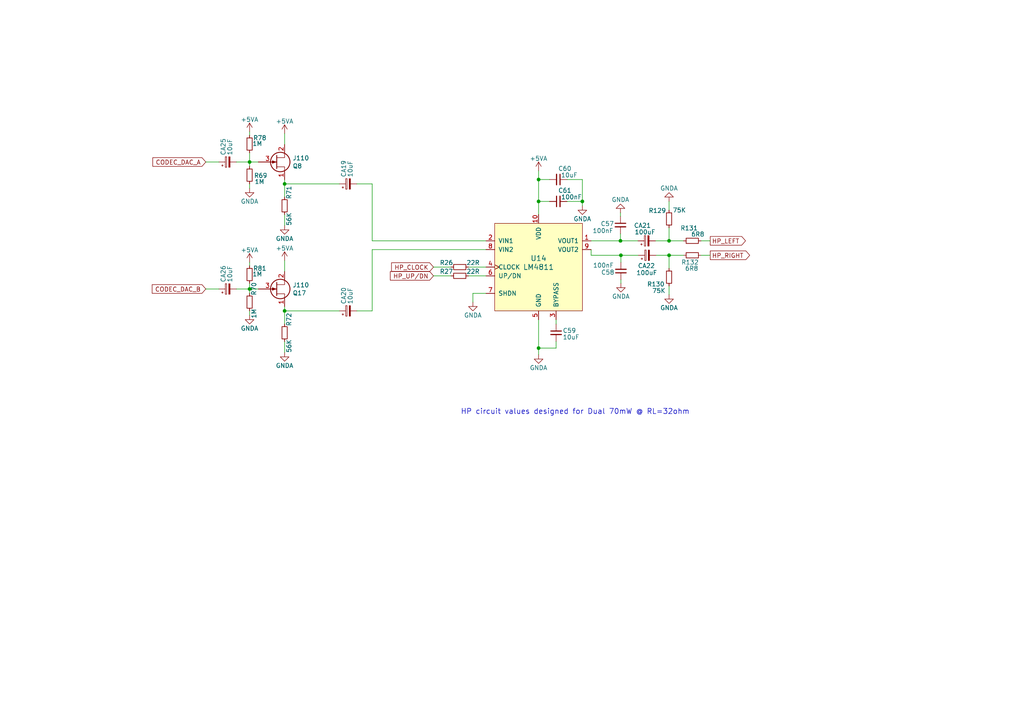
<source format=kicad_sch>
(kicad_sch (version 20211123) (generator eeschema)
  (paper "A4")
  (title_block (title "MOD DuoX - Bottom Board") (date "2022-01-26") (rev "Rev 2.0P2") (company "MOD Devices GmbH") (comment 1 "DuoX Audio processing board") (comment 2 "https://github.com/moddevices/mod-hw-duoX") (comment 3 "Inp Power: 12V 1A"))
  (lib_symbols
    (symbol "bottom-board-rescue:+5VA-power" (power) (pin_names (offset 0))
      (property "Value" "+5VA-power" (at 0 3.556 0))
      (symbol "+5VA-power_0_1"
        (polyline (pts (xy -0.762 1.27) (xy 0 2.54)))
        (polyline (pts (xy 0 0) (xy 0 2.54)))
        (polyline (pts (xy 0 2.54) (xy 0.762 1.27)))
      )
      (symbol "+5VA-power_1_1"
        (pin power_in line (at 0 0 90) (length 0) hide (name "+5VA") (number "1"))
      )
    )
    (symbol "bottom-board-rescue:CP_Small-Device" (pin_numbers hide) (pin_names (offset 0.254) hide)
      (property "Reference" "C" (at 0.254 1.778 0))
      (property "Value" "CP_Small-Device" (at 0.254 -2.032 0))
      (symbol "CP_Small-Device_0_1"
        (rectangle (start -1.524 -0.3048) (end 1.524 -0.6858) (fill (type outline)))
        (rectangle (start -1.524 0.6858) (end 1.524 0.3048))
        (polyline (pts (xy -1.27 1.524) (xy -0.762 1.524)))
        (polyline (pts (xy -1.016 1.27) (xy -1.016 1.778)))
      )
      (symbol "CP_Small-Device_1_1"
        (pin passive line (at 0 2.54 270) (length 1.8542) (name "~") (number "1"))
        (pin passive line (at 0 -2.54 90) (length 1.8542) (name "~") (number "2"))
      )
    )
    (symbol "bottom-board-rescue:C_Small-Device" (pin_numbers hide) (pin_names (offset 0.254) hide)
      (property "Reference" "C" (at 0.254 1.778 0))
      (property "Value" "C_Small-Device" (at 0.254 -2.032 0))
      (symbol "C_Small-Device_0_1"
        (polyline (pts (xy -1.524 -0.508) (xy 1.524 -0.508)) (stroke (width 0.3302)))
        (polyline (pts (xy -1.524 0.508) (xy 1.524 0.508)) (stroke (width 0.3048)))
      )
      (symbol "C_Small-Device_1_1"
        (pin passive line (at 0 2.54 270) (length 2.032) (name "~") (number "1"))
        (pin passive line (at 0 -2.54 90) (length 2.032) (name "~") (number "2"))
      )
    )
    (symbol "bottom-board-rescue:GNDA-power" (power) (pin_names (offset 0))
      (property "Value" "GNDA-power" (at 0 -3.81 0))
      (symbol "GNDA-power_0_1"
        (polyline (pts (xy 0 0) (xy 0 -1.27) (xy 1.27 -1.27) (xy 0 -2.54) (xy -1.27 -1.27) (xy 0 -1.27)))
      )
      (symbol "GNDA-power_1_1"
        (pin power_in line (at 0 0 270) (length 0) hide (name "GNDA") (number "1"))
      )
    )
    (symbol "bottom-board-rescue:LM4811-local-components" (pin_names (offset 1.016))
      (property "Reference" "U" (at 0 2.54 0))
      (property "Value" "LM4811-local-components" (at 0 0 0))
      (symbol "LM4811-local-components_0_1"
        (rectangle (start -12.7 12.7) (end 12.7 -12.7) (fill (type background)))
      )
      (symbol "LM4811-local-components_1_1"
        (pin output line (at 15.24 7.62 180) (length 2.54) (name "VOUT1") (number "1"))
        (pin power_in line (at 0 15.24 270) (length 2.54) (name "VDD") (number "10"))
        (pin input line (at -15.24 7.62 0) (length 2.54) (name "VIN1") (number "2"))
        (pin passive line (at 5.08 -15.24 90) (length 2.54) (name "BYPASS") (number "3"))
        (pin input clock (at -15.24 0 0) (length 2.54) (name "CLOCK") (number "4"))
        (pin power_in line (at 0 -15.24 90) (length 2.54) (name "GND") (number "5"))
        (pin input line (at -15.24 -2.54 0) (length 2.54) (name "UP/DN") (number "6"))
        (pin input line (at -15.24 -7.62 0) (length 2.54) (name "SHDN") (number "7"))
        (pin input line (at -15.24 5.08 0) (length 2.54) (name "VIN2") (number "8"))
        (pin output line (at 15.24 5.08 180) (length 2.54) (name "VOUT2") (number "9"))
      )
    )
    (symbol "bottom-board-rescue:Q_NJFET_DSG-Device" (pin_names (offset 0) hide)
      (property "Reference" "Q" (at 5.08 1.27 0))
      (property "Value" "Q_NJFET_DSG-Device" (at 5.08 -1.27 0))
      (symbol "Q_NJFET_DSG-Device_0_1"
        (polyline (pts (xy 0.254 1.905) (xy 0.254 -1.905) (xy 0.254 -1.905)) (stroke (width 0.254)))
        (polyline (pts (xy 2.54 -2.54) (xy 2.54 -1.27) (xy 0.254 -1.27)))
        (polyline (pts (xy 2.54 2.54) (xy 2.54 1.397) (xy 0.254 1.397)))
        (polyline (pts (xy 0 0) (xy -1.016 0.381) (xy -1.016 -0.381) (xy 0 0)) (fill (type outline)))
        (circle (center 1.27 0) (radius 2.8194) (stroke (width 0.254)))
      )
      (symbol "Q_NJFET_DSG-Device_1_1"
        (pin passive line (at 2.54 5.08 270) (length 2.54) (name "D") (number "1"))
        (pin passive line (at 2.54 -5.08 90) (length 2.54) (name "S") (number "2"))
        (pin input line (at -5.08 0 0) (length 5.334) (name "G") (number "3"))
      )
    )
    (symbol "bottom-board-rescue:R_Small-Device" (pin_numbers hide) (pin_names (offset 0.254) hide)
      (property "Reference" "R" (at 0.762 0.508 0))
      (property "Value" "R_Small-Device" (at 0.762 -1.016 0))
      (symbol "R_Small-Device_0_1"
        (rectangle (start -0.762 1.778) (end 0.762 -1.778) (stroke (width 0.2032)))
      )
      (symbol "R_Small-Device_1_1"
        (pin passive line (at 0 2.54 270) (length 0.762) (name "~") (number "1"))
        (pin passive line (at 0 -2.54 90) (length 0.762) (name "~") (number "2"))
      )
    )
  )
  (junction (at 72.39 83.82))
  (junction (at 72.39 46.99))
  (junction (at 168.91 58.42))
  (junction (at 82.55 53.34))
  (junction (at 194.056 74.041))
  (junction (at 156.21 58.42))
  (junction (at 156.21 100.965))
  (junction (at 82.55 90.17))
  (junction (at 156.21 52.07))
  (junction (at 179.959 69.85))
  (junction (at 194.056 69.85))
  (junction (at 180.086 74.041))
  (wire (pts (xy 72.39 48.26) (xy 72.39 46.99)))
  (wire (pts (xy 180.086 82.169) (xy 180.086 81.153)))
  (wire (pts (xy 164.465 58.42) (xy 168.91 58.42)))
  (wire (pts (xy 161.29 99.06) (xy 161.29 100.965)))
  (wire (pts (xy 103.505 90.17) (xy 107.95 90.17)))
  (wire (pts (xy 205.994 69.85) (xy 203.327 69.85)))
  (wire (pts (xy 107.95 90.17) (xy 107.95 72.39)))
  (wire (pts (xy 72.39 46.99) (xy 68.58 46.99)))
  (wire (pts (xy 205.994 74.041) (xy 203.327 74.041)))
  (wire (pts (xy 171.45 72.39) (xy 171.45 74.041)))
  (wire (pts (xy 156.21 49.53) (xy 156.21 52.07)))
  (wire (pts (xy 179.959 69.85) (xy 179.959 67.818)))
  (wire (pts (xy 171.45 74.041) (xy 180.086 74.041)))
  (wire (pts (xy 156.21 52.07) (xy 156.21 58.42)))
  (wire (pts (xy 107.95 72.39) (xy 140.97 72.39)))
  (wire (pts (xy 72.39 83.82) (xy 68.58 83.82)))
  (wire (pts (xy 168.91 58.42) (xy 168.91 59.69)))
  (wire (pts (xy 156.21 92.71) (xy 156.21 100.965)))
  (wire (pts (xy 137.16 85.09) (xy 140.97 85.09)))
  (wire (pts (xy 194.056 66.04) (xy 194.056 69.85)))
  (wire (pts (xy 82.55 90.17) (xy 82.55 88.9)))
  (wire (pts (xy 179.959 61.722) (xy 179.959 62.738)))
  (wire (pts (xy 125.73 77.47) (xy 130.81 77.47)))
  (wire (pts (xy 161.29 93.98) (xy 161.29 92.71)))
  (wire (pts (xy 72.39 44.323) (xy 72.39 46.99)))
  (wire (pts (xy 159.385 58.42) (xy 156.21 58.42)))
  (wire (pts (xy 72.39 38.227) (xy 72.39 39.243)))
  (wire (pts (xy 164.465 52.07) (xy 168.91 52.07)))
  (wire (pts (xy 190.246 74.041) (xy 194.056 74.041)))
  (wire (pts (xy 156.21 100.965) (xy 156.21 102.87)))
  (wire (pts (xy 82.55 75.565) (xy 82.55 78.74)))
  (wire (pts (xy 72.39 91.44) (xy 72.39 90.17)))
  (wire (pts (xy 72.39 82.169) (xy 72.39 83.82)))
  (wire (pts (xy 130.81 80.01) (xy 125.73 80.01)))
  (wire (pts (xy 82.55 38.735) (xy 82.55 41.91)))
  (wire (pts (xy 194.056 58.42) (xy 194.056 60.96)))
  (wire (pts (xy 190.119 69.85) (xy 194.056 69.85)))
  (wire (pts (xy 161.29 100.965) (xy 156.21 100.965)))
  (wire (pts (xy 72.39 85.09) (xy 72.39 83.82)))
  (wire (pts (xy 82.55 99.06) (xy 82.55 102.235)))
  (wire (pts (xy 82.55 62.23) (xy 82.55 65.405)))
  (wire (pts (xy 156.21 58.42) (xy 156.21 62.23)))
  (wire (pts (xy 159.385 52.07) (xy 156.21 52.07)))
  (wire (pts (xy 135.89 80.01) (xy 140.97 80.01)))
  (wire (pts (xy 194.056 69.85) (xy 198.247 69.85)))
  (wire (pts (xy 82.55 93.98) (xy 82.55 90.17)))
  (wire (pts (xy 72.39 54.61) (xy 72.39 53.34)))
  (wire (pts (xy 74.93 46.99) (xy 72.39 46.99)))
  (wire (pts (xy 180.086 74.041) (xy 180.086 76.073)))
  (wire (pts (xy 59.69 46.99) (xy 63.5 46.99)))
  (wire (pts (xy 137.16 85.09) (xy 137.16 87.63)))
  (wire (pts (xy 171.45 69.85) (xy 179.959 69.85)))
  (wire (pts (xy 168.91 52.07) (xy 168.91 58.42)))
  (wire (pts (xy 107.95 53.34) (xy 107.95 69.85)))
  (wire (pts (xy 180.086 74.041) (xy 185.166 74.041)))
  (wire (pts (xy 194.056 85.471) (xy 194.056 82.931)))
  (wire (pts (xy 72.39 76.073) (xy 72.39 77.089)))
  (wire (pts (xy 103.505 53.34) (xy 107.95 53.34)))
  (wire (pts (xy 82.55 53.34) (xy 82.55 52.07)))
  (wire (pts (xy 107.95 69.85) (xy 140.97 69.85)))
  (wire (pts (xy 135.89 77.47) (xy 140.97 77.47)))
  (wire (pts (xy 194.056 74.041) (xy 198.247 74.041)))
  (wire (pts (xy 179.959 69.85) (xy 185.039 69.85)))
  (wire (pts (xy 82.55 90.17) (xy 98.425 90.17)))
  (wire (pts (xy 82.55 53.34) (xy 98.425 53.34)))
  (wire (pts (xy 82.55 57.15) (xy 82.55 53.34)))
  (wire (pts (xy 74.93 83.82) (xy 72.39 83.82)))
  (wire (pts (xy 59.69 83.82) (xy 63.5 83.82)))
  (wire (pts (xy 194.056 77.851) (xy 194.056 74.041)))
  (text "HP circuit values designed for Dual 70mW @ RL=32ohm" (at 133.604 120.396 0) (effects (font (size 1.524 1.524)) (justify left bottom)))
  (global_label "CODEC_DAC_B" (shape input) (at 59.69 83.82 180) (property "Intersheet References" "${INTERSHEET_REFS}" (effects hide)))
  (global_label "HP_UP/DN" (shape input) (at 125.73 80.01 180) (property "Intersheet References" "${INTERSHEET_REFS}" (effects hide)))
  (global_label "HP_CLOCK" (shape input) (at 125.73 77.47 180) (property "Intersheet References" "${INTERSHEET_REFS}" (effects hide)))
  (global_label "HP_LEFT" (shape output) (at 205.994 69.85 0) (property "Intersheet References" "${INTERSHEET_REFS}" (effects hide)))
  (global_label "CODEC_DAC_A" (shape input) (at 59.69 46.99 180) (property "Intersheet References" "${INTERSHEET_REFS}" (effects hide)))
  (global_label "HP_RIGHT" (shape output) (at 205.994 74.041 0) (property "Intersheet References" "${INTERSHEET_REFS}" (effects hide)))
  (symbol (lib_id "bottom-board-rescue:GNDA-power") (at 194.056 85.471 0) (unit 1)
    (property "Reference" "#PWR0150" (effects hide))
    (property "Value" "GNDA" (at 194.056 89.281 0))
  )
  (symbol (lib_id "bottom-board-rescue:GNDA-power") (at 194.056 58.42 0) (mirror x) (unit 1)
    (property "Reference" "#PWR0149" (effects hide))
    (property "Value" "GNDA" (at 194.056 54.61 0))
  )
  (symbol (lib_id "bottom-board-rescue:LM4811-local-components") (at 156.21 77.47 0) (unit 1)
    (property "Reference" "U14" (at 156.21 74.93 0) (effects (font (size 1.524 1.524))))
    (property "Value" "LM4811" (at 156.21 77.47 0) (effects (font (size 1.524 1.524))))
    (property "Footprint" "Package_SO:MSOP-10_3x3mm_P0.5mm" (effects hide))
    (property "Datasheet" "http://www.ti.com/lit/ds/symlink/lm4811.pdf" (effects hide))
    (property "MPN" "LM4811MM/NOPB" (effects hide))
  )
  (symbol (lib_id "bottom-board-rescue:GNDA-power") (at 156.21 102.87 0) (unit 1)
    (property "Reference" "#PWR0147" (effects hide))
    (property "Value" "GNDA" (at 156.21 106.68 0))
  )
  (symbol (lib_id "bottom-board-rescue:GNDA-power") (at 137.16 87.63 0) (unit 1)
    (property "Reference" "#PWR0145" (effects hide))
    (property "Value" "GNDA" (at 137.16 91.44 0))
  )
  (symbol (lib_id "bottom-board-rescue:+5VA-power") (at 156.21 49.53 0) (unit 1)
    (property "Reference" "#PWR0146" (effects hide))
    (property "Value" "+5VA" (at 156.21 45.974 0))
  )
  (symbol (lib_id "bottom-board-rescue:GNDA-power") (at 168.91 59.69 0) (mirror y) (unit 1)
    (property "Reference" "#PWR0148" (effects hide))
    (property "Value" "GNDA" (at 168.91 63.5 0))
  )
  (symbol (lib_id "bottom-board-rescue:R_Small-Device") (at 133.35 80.01 270) (unit 1)
    (property "Reference" "R27" (at 131.445 78.74 90) (effects (justify right)))
    (property "Value" "22R" (at 135.255 78.74 90) (effects (justify left)))
    (property "Footprint" "Resistor_SMD:R_0603_1608Metric" (effects hide))
    (property "MPN" "RMCF0603JT22R0" (effects hide))
  )
  (symbol (lib_id "bottom-board-rescue:R_Small-Device") (at 133.35 77.47 270) (unit 1)
    (property "Reference" "R26" (at 131.445 76.2 90) (effects (justify right)))
    (property "Value" "22R" (at 135.255 76.2 90) (effects (justify left)))
    (property "Footprint" "Resistor_SMD:R_0603_1608Metric" (effects hide))
    (property "MPN" "RMCF0603JT22R0" (effects hide))
  )
  (symbol (lib_id "bottom-board-rescue:C_Small-Device") (at 161.29 96.52 0) (mirror y) (unit 1)
    (property "Reference" "C59" (at 163.195 95.885 0) (effects (justify right)))
    (property "Value" "10uF" (at 163.195 97.79 0) (effects (justify right)))
    (property "Footprint" "Capacitor_SMD:C_0805_2012Metric" (effects hide))
    (property "MPN" "GRM219R61E106KA12D" (effects hide))
  )
  (symbol (lib_id "bottom-board-rescue:C_Small-Device") (at 161.925 58.42 90) (unit 1)
    (property "Reference" "C61" (at 163.83 55.245 90))
    (property "Value" "100nF" (at 165.735 57.15 90))
    (property "Footprint" "Capacitor_SMD:C_0603_1608Metric" (effects hide))
    (property "MPN" "GCM188R71C104KA37D" (effects hide))
  )
  (symbol (lib_id "bottom-board-rescue:C_Small-Device") (at 161.925 52.07 270) (mirror x) (unit 1)
    (property "Reference" "C60" (at 163.83 48.895 90))
    (property "Value" "10uF" (at 165.1 50.8 90))
    (property "Footprint" "Capacitor_SMD:C_0805_2012Metric" (effects hide))
    (property "MPN" "GRM219R61E106KA12D" (effects hide))
  )
  (symbol (lib_id "bottom-board-rescue:CP_Small-Device") (at 187.579 69.85 90) (unit 1)
    (property "Reference" "CA21" (at 188.849 65.405 90) (effects (justify left)))
    (property "Value" "100uF" (at 190.119 67.31 90) (effects (justify left)))
    (property "Footprint" "Capacitor_SMD:CP_Elec_6.3x7.7" (effects hide))
    (property "MPN" "107SML016M" (effects hide))
  )
  (symbol (lib_id "bottom-board-rescue:CP_Small-Device") (at 187.706 74.041 90) (unit 1)
    (property "Reference" "CA22" (at 189.992 77.089 90) (effects (justify left)))
    (property "Value" "100uF" (at 190.627 79.121 90) (effects (justify left)))
    (property "Footprint" "Capacitor_SMD:CP_Elec_6.3x7.7" (effects hide))
    (property "MPN" "107SML016M" (effects hide))
  )
  (symbol (lib_id "bottom-board-rescue:CP_Small-Device") (at 100.965 53.34 90) (unit 1)
    (property "Reference" "CA19" (at 99.695 51.435 0) (effects (justify left)))
    (property "Value" "10uF" (at 101.6 51.435 0) (effects (justify left)))
    (property "Footprint" "Capacitor_SMD:CP_Elec_4x5.7" (effects hide))
    (property "MPN" "EEE-HB1C100R" (effects hide))
  )
  (symbol (lib_id "bottom-board-rescue:CP_Small-Device") (at 100.965 90.17 90) (unit 1)
    (property "Reference" "CA20" (at 99.695 88.265 0) (effects (justify left)))
    (property "Value" "10uF" (at 101.6 88.265 0) (effects (justify left)))
    (property "Footprint" "Capacitor_SMD:CP_Elec_4x5.7" (effects hide))
    (property "MPN" "EEE-HB1C100R" (effects hide))
  )
  (symbol (lib_id "bottom-board-rescue:R_Small-Device") (at 194.056 63.5 0) (mirror x) (unit 1)
    (property "Reference" "R129" (at 188.087 61.087 0) (effects (justify left)))
    (property "Value" "75K" (at 195.072 60.96 0) (effects (justify left)))
    (property "Footprint" "Resistor_SMD:R_0603_1608Metric" (effects hide))
    (property "MPN" "RR0816P-753-D" (effects hide))
  )
  (symbol (lib_id "bottom-board-rescue:R_Small-Device") (at 194.056 80.391 0) (mirror y) (unit 1)
    (property "Reference" "R130" (at 192.786 82.423 0) (effects (justify left)))
    (property "Value" "75K" (at 193.04 84.328 0) (effects (justify left)))
    (property "Footprint" "Resistor_SMD:R_0603_1608Metric" (effects hide))
    (property "MPN" "RR0816P-753-D" (effects hide))
  )
  (symbol (lib_id "bottom-board-rescue:+5VA-power") (at 82.55 75.565 0) (unit 1)
    (property "Reference" "#PWR0139" (effects hide))
    (property "Value" "+5VA" (at 82.55 72.009 0))
  )
  (symbol (lib_id "bottom-board-rescue:GNDA-power") (at 82.55 102.235 0) (unit 1)
    (property "Reference" "#PWR0114" (effects hide))
    (property "Value" "GNDA" (at 82.55 106.045 0))
  )
  (symbol (lib_id "bottom-board-rescue:Q_NJFET_DSG-Device") (at 80.01 83.82 0) (mirror x) (unit 1)
    (property "Reference" "Q17" (at 84.8614 84.9884 0) (effects (justify left)))
    (property "Value" "J110" (at 84.8614 82.677 0) (effects (justify left)))
    (property "Footprint" "Package_TO_SOT_SMD:SOT-23" (effects hide))
    (property "MPN" "MMBFJ110" (effects hide))
  )
  (symbol (lib_id "bottom-board-rescue:R_Small-Device") (at 72.39 87.63 180) (unit 1)
    (property "Reference" "R70" (at 73.66 85.725 90) (effects (justify right)))
    (property "Value" "1M" (at 73.66 89.535 90) (effects (justify left)))
    (property "Footprint" "Resistor_SMD:R_0603_1608Metric" (effects hide))
    (property "MPN" "RT0603BRD071ML" (effects hide))
  )
  (symbol (lib_id "bottom-board-rescue:R_Small-Device") (at 82.55 96.52 180) (unit 1)
    (property "Reference" "R72" (at 83.82 94.615 90) (effects (justify right)))
    (property "Value" "56K" (at 83.82 98.425 90) (effects (justify left)))
    (property "Footprint" "Resistor_SMD:R_0603_1608Metric" (effects hide))
    (property "MPN" "RT0603DRD0756KL" (effects hide))
  )
  (symbol (lib_id "bottom-board-rescue:CP_Small-Device") (at 66.04 83.82 90) (unit 1)
    (property "Reference" "CA26" (at 64.77 81.915 0) (effects (justify left)))
    (property "Value" "10uF" (at 66.675 81.915 0) (effects (justify left)))
    (property "Footprint" "Capacitor_SMD:CP_Elec_4x5.7" (effects hide))
    (property "MPN" "EEE-HB1C100R" (effects hide))
  )
  (symbol (lib_id "bottom-board-rescue:GNDA-power") (at 72.39 91.44 0) (unit 1)
    (property "Reference" "#PWR0142" (effects hide))
    (property "Value" "GNDA" (at 72.39 95.25 0))
  )
  (symbol (lib_id "bottom-board-rescue:+5VA-power") (at 82.55 38.735 0) (unit 1)
    (property "Reference" "#PWR0228" (effects hide))
    (property "Value" "+5VA" (at 82.55 35.179 0))
  )
  (symbol (lib_id "bottom-board-rescue:GNDA-power") (at 82.55 65.405 0) (unit 1)
    (property "Reference" "#PWR0229" (effects hide))
    (property "Value" "GNDA" (at 82.55 69.215 0))
  )
  (symbol (lib_id "bottom-board-rescue:Q_NJFET_DSG-Device") (at 80.01 46.99 0) (mirror x) (unit 1)
    (property "Reference" "Q8" (at 84.8614 48.1584 0) (effects (justify left)))
    (property "Value" "J110" (at 84.8614 45.847 0) (effects (justify left)))
    (property "Footprint" "Package_TO_SOT_SMD:SOT-23" (effects hide))
    (property "MPN" "MMBFJ110" (effects hide))
  )
  (symbol (lib_id "bottom-board-rescue:R_Small-Device") (at 72.39 50.8 180) (unit 1)
    (property "Reference" "R69" (at 73.66 50.927 0) (effects (justify right)))
    (property "Value" "1M" (at 76.708 52.705 0) (effects (justify left)))
    (property "Footprint" "Resistor_SMD:R_0603_1608Metric" (effects hide))
    (property "MPN" "RT0603BRD071ML" (effects hide))
  )
  (symbol (lib_id "bottom-board-rescue:R_Small-Device") (at 82.55 59.69 180) (unit 1)
    (property "Reference" "R71" (at 83.82 57.785 90) (effects (justify right)))
    (property "Value" "56K" (at 83.82 61.595 90) (effects (justify left)))
    (property "Footprint" "Resistor_SMD:R_0603_1608Metric" (effects hide))
    (property "MPN" "RT0603DRD0756KL" (effects hide))
  )
  (symbol (lib_id "bottom-board-rescue:CP_Small-Device") (at 66.04 46.99 90) (unit 1)
    (property "Reference" "CA25" (at 64.77 45.085 0) (effects (justify left)))
    (property "Value" "10uF" (at 66.675 45.085 0) (effects (justify left)))
    (property "Footprint" "Capacitor_SMD:CP_Elec_4x5.7" (effects hide))
    (property "MPN" "EEE-HB1C100R" (effects hide))
  )
  (symbol (lib_id "bottom-board-rescue:GNDA-power") (at 72.39 54.61 0) (unit 1)
    (property "Reference" "#PWR0141" (effects hide))
    (property "Value" "GNDA" (at 72.39 58.42 0))
  )
  (symbol (lib_id "bottom-board-rescue:R_Small-Device") (at 72.39 41.783 180) (unit 1)
    (property "Reference" "R78" (at 73.406 40.005 0) (effects (justify right)))
    (property "Value" "1M" (at 76.073 41.656 0) (effects (justify left)))
    (property "Footprint" "Resistor_SMD:R_0603_1608Metric" (effects hide))
    (property "MPN" "DO NOT PLACE" (effects hide))
    (property "MPN2" "RT0603BRD071ML" (effects hide))
  )
  (symbol (lib_id "bottom-board-rescue:+5VA-power") (at 72.39 38.227 0) (unit 1)
    (property "Reference" "#PWR0298" (effects hide))
    (property "Value" "+5VA" (at 72.39 34.671 0))
  )
  (symbol (lib_id "bottom-board-rescue:R_Small-Device") (at 72.39 79.629 180) (unit 1)
    (property "Reference" "R81" (at 73.406 77.851 0) (effects (justify right)))
    (property "Value" "1M" (at 76.073 79.502 0) (effects (justify left)))
    (property "Footprint" "Resistor_SMD:R_0603_1608Metric" (effects hide))
    (property "MPN" "DO NOT PLACE" (effects hide))
    (property "MPN2" "RT0603BRD071ML" (effects hide))
  )
  (symbol (lib_id "bottom-board-rescue:+5VA-power") (at 72.39 76.073 0) (unit 1)
    (property "Reference" "#PWR0299" (effects hide))
    (property "Value" "+5VA" (at 72.39 72.517 0))
  )
  (symbol (lib_id "bottom-board-rescue:C_Small-Device") (at 179.959 65.278 0) (unit 1)
    (property "Reference" "C57" (at 176.149 64.897 0))
    (property "Value" "100nF" (at 174.879 66.929 0))
    (property "Footprint" "Capacitor_SMD:C_0603_1608Metric" (effects hide))
    (property "MPN" "GCM188R71C104KA37D" (effects hide))
  )
  (symbol (lib_id "bottom-board-rescue:GNDA-power") (at 179.959 61.722 0) (mirror x) (unit 1)
    (property "Reference" "#PWR0302" (effects hide))
    (property "Value" "GNDA" (at 179.959 57.912 0))
  )
  (symbol (lib_id "bottom-board-rescue:C_Small-Device") (at 180.086 78.613 0) (mirror x) (unit 1)
    (property "Reference" "C58" (at 176.276 78.994 0))
    (property "Value" "100nF" (at 175.006 76.962 0))
    (property "Footprint" "Capacitor_SMD:C_0603_1608Metric" (effects hide))
    (property "MPN" "GCM188R71C104KA37D" (effects hide))
  )
  (symbol (lib_id "bottom-board-rescue:GNDA-power") (at 180.086 82.169 0) (unit 1)
    (property "Reference" "#PWR0303" (effects hide))
    (property "Value" "GNDA" (at 180.086 85.979 0))
  )
  (symbol (lib_id "bottom-board-rescue:R_Small-Device") (at 200.787 69.85 90) (mirror x) (unit 1)
    (property "Reference" "R131" (at 202.438 66.167 90) (effects (justify left)))
    (property "Value" "6R8" (at 204.343 67.945 90) (effects (justify left)))
    (property "Footprint" "Resistor_SMD:R_0603_1608Metric" (effects hide))
    (property "MPN" "RMCF0603FT6R80" (effects hide))
  )
  (symbol (lib_id "bottom-board-rescue:R_Small-Device") (at 200.787 74.041 90) (mirror x) (unit 1)
    (property "Reference" "R132" (at 202.692 76.073 90) (effects (justify left)))
    (property "Value" "6R8" (at 202.565 77.851 90) (effects (justify left)))
    (property "Footprint" "Resistor_SMD:R_0603_1608Metric" (effects hide))
    (property "MPN" "RMCF0603FT6R80" (effects hide))
  )
)
</source>
